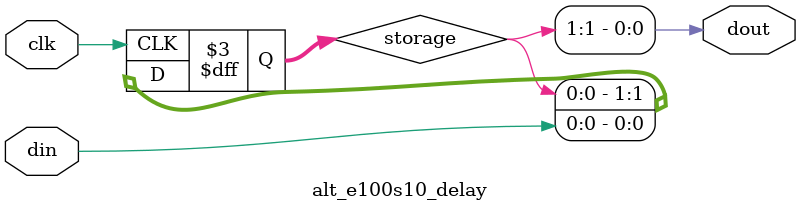
<source format=v>




`timescale 1ps/1ps


module alt_e100s10_delay #(
    parameter SIM_EMULATE = 1'b0,
    parameter WIDTH = 1,
    parameter LATENCY = 2   // minimum
) (
    input clk,
    input [WIDTH-1:0] din,
    output [WIDTH-1:0] dout
);


reg [WIDTH*LATENCY-1:0] storage = {(WIDTH*LATENCY){1'b0}} /* synthesis preserve_syn_only */;
always @(posedge clk) begin
	storage <= {storage [WIDTH*(LATENCY-1)-1:0],din};
end
assign dout = storage [WIDTH*LATENCY-1:WIDTH*(LATENCY-1)];
endmodule


</source>
